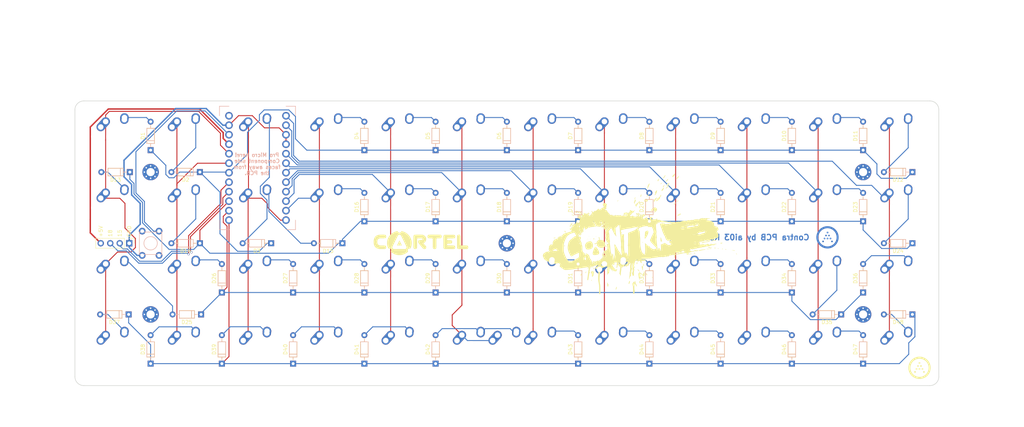
<source format=kicad_pcb>
(kicad_pcb (version 20221018) (generator pcbnew)
  (layers (0 "F.Cu" signal) (31 "B.Cu" signal) (34 "B.Paste" user) (35 "F.Paste" user) (36 "B.SilkS" user "B.Silkscreen") (37 "F.SilkS" user "F.Silkscreen") (38 "B.Mask" user) (39 "F.Mask" user) (44 "Edge.Cuts" user))
  (net 0 "")
  (net 1 "ROW0")
  (net 2 "Net-(D1-Pad2)")
  (net 3 "Net-(D2-Pad2)")
  (net 4 "Net-(D3-Pad2)")
  (net 5 "Net-(D4-Pad2)")
  (net 6 "Net-(D5-Pad2)")
  (net 7 "Net-(D6-Pad2)")
  (net 8 "Net-(D7-Pad2)")
  (net 9 "Net-(D8-Pad2)")
  (net 10 "Net-(D9-Pad2)")
  (net 11 "Net-(D10-Pad2)")
  (net 12 "Net-(D11-Pad2)")
  (net 13 "Net-(D12-Pad2)")
  (net 14 "ROW1")
  (net 15 "Net-(D13-Pad2)")
  (net 16 "Net-(D14-Pad2)")
  (net 17 "Net-(D15-Pad2)")
  (net 18 "Net-(D16-Pad2)")
  (net 19 "Net-(D17-Pad2)")
  (net 20 "Net-(D18-Pad2)")
  (net 21 "Net-(D19-Pad2)")
  (net 22 "Net-(D20-Pad2)")
  (net 23 "Net-(D21-Pad2)")
  (net 24 "Net-(D22-Pad2)")
  (net 25 "Net-(D23-Pad2)")
  (net 26 "Net-(D24-Pad2)")
  (net 27 "ROW2")
  (net 28 "Net-(D25-Pad2)")
  (net 29 "Net-(D26-Pad2)")
  (net 30 "Net-(D27-Pad2)")
  (net 31 "Net-(D28-Pad2)")
  (net 32 "Net-(D29-Pad2)")
  (net 33 "Net-(D30-Pad2)")
  (net 34 "Net-(D31-Pad2)")
  (net 35 "Net-(D32-Pad2)")
  (net 36 "Net-(D33-Pad2)")
  (net 37 "Net-(D34-Pad2)")
  (net 38 "Net-(D35-Pad2)")
  (net 39 "Net-(D36-Pad2)")
  (net 40 "ROW3")
  (net 41 "Net-(D37-Pad2)")
  (net 42 "Net-(D38-Pad2)")
  (net 43 "Net-(D39-Pad2)")
  (net 44 "Net-(D40-Pad2)")
  (net 45 "Net-(D41-Pad2)")
  (net 46 "Net-(D42-Pad2)")
  (net 47 "Net-(D43-Pad2)")
  (net 48 "Net-(D44-Pad2)")
  (net 49 "Net-(D45-Pad2)")
  (net 50 "Net-(D46-Pad2)")
  (net 51 "Net-(D47-Pad2)")
  (net 52 "Net-(D48-Pad2)")
  (net 53 "COL0")
  (net 54 "COL1")
  (net 55 "COL2")
  (net 56 "COL3")
  (net 57 "COL4")
  (net 58 "COL5")
  (net 59 "COL6")
  (net 60 "COL7")
  (net 61 "COL8")
  (net 62 "COL9")
  (net 63 "COL10")
  (net 64 "COL11")
  (net 65 "Net-(U1-Pad24)")
  (net 66 "Net-(SW1-Pad1)")
  (net 67 "GND")
  (net 68 "+5V")
  (net 69 "PIN18")
  (net 70 "PIN15")
  (footprint "MX_Alps_Hybrid:MX-1U-NoLED" (layer "F.Cu") (at 38.1 38.1)
    (fp_text reference "MX1")
    (fp_text value "MX-1U")
  )
  (footprint "MX_Alps_Hybrid:MX-1U-NoLED" (layer "F.Cu") (at 57.15 38.1)
    (fp_text reference "MX2")
    (fp_text value "MX-1U")
  )
  (footprint "MX_Alps_Hybrid:MX-1U-NoLED" (layer "F.Cu") (at 76.2 38.1)
    (fp_text reference "MX3")
    (fp_text value "MX-1U")
  )
  (footprint "MX_Alps_Hybrid:MX-1U-NoLED" (layer "F.Cu") (at 95.25 38.1)
    (fp_text reference "MX4")
    (fp_text value "MX-1U")
  )
  (footprint "MX_Alps_Hybrid:MX-1U-NoLED" (layer "F.Cu") (at 114.3 38.1)
    (fp_text reference "MX5")
    (fp_text value "MX-1U")
  )
  (footprint "MX_Alps_Hybrid:MX-1U-NoLED" (layer "F.Cu") (at 133.35 38.1)
    (fp_text reference "MX6")
    (fp_text value "MX-1U")
  )
  (footprint "MX_Alps_Hybrid:MX-1U-NoLED" (layer "F.Cu") (at 152.4 38.1)
    (fp_text reference "MX7")
    (fp_text value "MX-1U")
  )
  (footprint "MX_Alps_Hybrid:MX-1U-NoLED" (layer "F.Cu") (at 171.45 38.1)
    (fp_text reference "MX8")
    (fp_text value "MX-1U")
  )
  (footprint "MX_Alps_Hybrid:MX-1U-NoLED" (layer "F.Cu") (at 190.5 38.1)
    (fp_text reference "MX9")
    (fp_text value "MX-1U")
  )
  (footprint "MX_Alps_Hybrid:MX-1U-NoLED" (layer "F.Cu") (at 209.55 38.1)
    (fp_text reference "MX10")
    (fp_text value "MX-1U")
  )
  (footprint "MX_Alps_Hybrid:MX-1U-NoLED" (layer "F.Cu") (at 228.6 38.1)
    (fp_text reference "MX11")
    (fp_text value "MX-1U")
  )
  (footprint "MX_Alps_Hybrid:MX-1U-NoLED" (layer "F.Cu") (at 247.65 38.1)
    (fp_text reference "MX12")
    (fp_text value "MX-1U")
  )
  (footprint "MX_Alps_Hybrid:MX-1U-NoLED" (layer "F.Cu") (at 38.1 57.15)
    (fp_text reference "MX13")
    (fp_text value "MX-1U")
  )
  (footprint "MX_Alps_Hybrid:MX-1U-NoLED" (layer "F.Cu") (at 57.15 57.15)
    (fp_text reference "MX14")
    (fp_text value "MX-1U")
  )
  (footprint "MX_Alps_Hybrid:MX-1U-NoLED" (layer "F.Cu") (at 76.2 57.15)
    (fp_text reference "MX15")
    (fp_text value "MX-1U")
  )
  (footprint "MX_Alps_Hybrid:MX-1U-NoLED" (layer "F.Cu") (at 95.25 57.15)
    (fp_text reference "MX16")
    (fp_text value "MX-1U")
  )
  (footprint "MX_Alps_Hybrid:MX-1U-NoLED" (layer "F.Cu") (at 114.3 57.15)
    (fp_text reference "MX17")
    (fp_text value "MX-1U")
  )
  (footprint "MX_Alps_Hybrid:MX-1U-NoLED" (layer "F.Cu") (at 133.35 57.15)
    (fp_text reference "MX18")
    (fp_text value "MX-1U")
  )
  (footprint "MX_Alps_Hybrid:MX-1U-NoLED" (layer "F.Cu") (at 152.4 57.15)
    (fp_text reference "MX19")
    (fp_text value "MX-1U")
  )
  (footprint "MX_Alps_Hybrid:MX-1U-NoLED" (layer "F.Cu") (at 171.45 57.15)
    (fp_text reference "MX20")
    (fp_text value "MX-1U")
  )
  (footprint "MX_Alps_Hybrid:MX-1U-NoLED" (layer "F.Cu") (at 190.5 57.15)
    (fp_text reference "MX21")
    (fp_text value "MX-1U")
  )
  (footprint "MX_Alps_Hybrid:MX-1U-NoLED" (layer "F.Cu") (at 209.55 57.15)
    (fp_text reference "MX22")
    (fp_text value "MX-1U")
  )
  (footprint "MX_Alps_Hybrid:MX-1U-NoLED" (layer "F.Cu") (at 228.6 57.15)
    (fp_text reference "MX23")
    (fp_text value "MX-1U")
  )
  (footprint "MX_Alps_Hybrid:MX-1U-NoLED" (layer "F.Cu") (at 247.65 57.15)
    (fp_text reference "MX24")
    (fp_text value "MX-1U")
  )
  (footprint "MX_Alps_Hybrid:MX-1U-NoLED" (layer "F.Cu") (at 38.1 76.2)
    (fp_text reference "MX25")
    (fp_text value "MX-1U")
  )
  (footprint "MX_Alps_Hybrid:MX-1U-NoLED" (layer "F.Cu") (at 57.15 76.2)
    (fp_text reference "MX26")
    (fp_text value "MX-1U")
  )
  (footprint "MX_Alps_Hybrid:MX-1U-NoLED" (layer "F.Cu") (at 76.2 76.2)
    (fp_text reference "MX27")
    (fp_text value "MX-1U")
  )
  (footprint "MX_Alps_Hybrid:MX-1U-NoLED" (layer "F.Cu") (at 95.25 76.2)
    (fp_text reference "MX28")
    (fp_text value "MX-1U")
  )
  (footprint "MX_Alps_Hybrid:MX-1U-NoLED" (layer "F.Cu") (at 114.3 76.2)
    (fp_text reference "MX29")
    (fp_text value "MX-1U")
  )
  (footprint "MX_Alps_Hybrid:MX-1U-NoLED" (layer "F.Cu") (at 133.35 76.2)
    (fp_text reference "MX30")
    (fp_text value "MX-1U")
  )
  (footprint "MX_Alps_Hybrid:MX-1U-NoLED" (layer "F.Cu") (at 152.4 76.2)
    (fp_text reference "MX31")
    (fp_text value "MX-1U")
  )
  (footprint "MX_Alps_Hybrid:MX-1U-NoLED" (layer "F.Cu") (at 171.45 76.2)
    (fp_text reference "MX32")
    (fp_text value "MX-1U")
  )
  (footprint "MX_Alps_Hybrid:MX-1U-NoLED" (layer "F.Cu") (at 190.5 76.2)
    (fp_text reference "MX33")
    (fp_text value "MX-1U")
  )
  (footprint "MX_Alps_Hybrid:MX-1U-NoLED" (layer "F.Cu") (at 209.55 76.2)
    (fp_text reference "MX34")
    (fp_text value "MX-1U")
  )
  (footprint "MX_Alps_Hybrid:MX-1U-NoLED" (layer "F.Cu") (at 228.6 76.2)
    (fp_text reference "MX35")
    (fp_text value "MX-1U")
  )
  (footprint "MX_Alps_Hybrid:MX-1U-NoLED" (layer "F.Cu") (at 247.65 76.2)
    (fp_text reference "MX36")
    (fp_text value "MX-1U")
  )
  (footprint "MX_Alps_Hybrid:MX-1U-NoLED" (layer "F.Cu") (at 38.1 95.25)
    (fp_text reference "MX37")
    (fp_text value "MX-1U")
  )
  (footprint "MX_Alps_Hybrid:MX-1U-NoLED" (layer "F.Cu") (at 57.15 95.25)
    (fp_text reference "MX38")
    (fp_text value "MX-1U")
  )
  (footprint "MX_Alps_Hybrid:MX-1U-NoLED" (layer "F.Cu") (at 76.2 95.25)
    (fp_text reference "MX39")
    (fp_text value "MX-1U")
  )
  (footprint "MX_Alps_Hybrid:MX-1U-NoLED" (layer "F.Cu") (at 95.25 95.25)
    (fp_text reference "MX40")
    (fp_text value "MX-1U")
  )
  (footprint "MX_Alps_Hybrid:MX-1U-NoLED" (layer "F.Cu") (at 114.3 95.25)
    (fp_text reference "MX41")
    (fp_text value "MX-1U")
  )
  (footprint "MX_Alps_Hybrid:MX-1U-NoLED" (layer "F.Cu") (at 133.35 95.25)
    (fp_text reference "MX42")
    (fp_text value "MX-1U")
  )
  (footprint "MX_Alps_Hybrid:MX-1U-NoLED" (layer "F.Cu") (at 152.4 95.25)
    (fp_text reference "MX43")
    (fp_text value "MX-1U")
  )
  (footprint "MX_Alps_Hybrid:MX-1U-NoLED" (layer "F.Cu") (at 171.45 95.25)
    (fp_text reference "MX44")
    (fp_text value "MX-1U")
  )
  (footprint "MX_Alps_Hybrid:MX-1U-NoLED" (layer "F.Cu") (at 190.5 95.25)
    (fp_text reference "MX45")
    (fp_text value "MX-1U")
  )
  (footprint "MX_Alps_Hybrid:MX-1U-NoLED" (layer "F.Cu") (at 209.55 95.25)
    (fp_text reference "MX46")
    (fp_text value "MX-1U")
  )
  (footprint "MX_Alps_Hybrid:MX-1U-NoLED" (layer "F.Cu") (at 228.6 95.25)
    (fp_text reference "MX47")
    (fp_text value "MX-1U")
  )
  (footprint "MX_Alps_Hybrid:MX-1U-NoLED" (layer "F.Cu") (at 247.65 95.25)
    (fp_text reference "MX48")
    (fp_text value "MX-1U")
  )
  (footprint "MX_Alps_Hybrid:MX-2U-ReversedStabilizers-NoLED" (layer "F.Cu") (at 142.875 95.25)
    (fp_text reference "MX49")
    (fp_text value "MX-2U")
  )
  (footprint "memelogo:cartel" (layer "F.Cu") (at 119.85625 66.675)
    (fp_text reference "G***" hide)
    (fp_text value "LOGO" hide)
  )
  (footprint "memelogo:contra" (layer "F.Cu") (at 178.435 64.135)
    (fp_text reference "G***" hide)
    (fp_text value "LOGO" hide)
  )
  (footprint "Mounting_Holes:MountingHole_2.2mm_M2_Pad_Via" (layer "F.Cu") (at 238.125 85.725)
    (fp_text reference "REF**")
    (fp_text value "MountingHole_2.2mm_M2_Pad_Via")
  )
  (footprint "Mounting_Holes:MountingHole_2.2mm_M2_Pad_Via" (layer "F.Cu") (at 238.125 47.625)
    (fp_text reference "REF**")
    (fp_text value "MountingHole_2.2mm_M2_Pad_Via")
  )
  (footprint "Mounting_Holes:MountingHole_2.2mm_M2_Pad_Via" (layer "F.Cu") (at 142.875 66.675)
    (fp_text reference "REF**")
    (fp_text value "MountingHole_2.2mm_M2_Pad_Via")
  )
  (footprint "Mounting_Holes:MountingHole_2.2mm_M2_Pad_Via" (layer "F.Cu") (at 47.625 47.625)
    (fp_text reference "REF**")
    (fp_text value "MountingHole_2.2mm_M2_Pad_Via")
  )
  (footprint "Mounting_Holes:MountingHole_2.2mm_M2_Pad_Via" (layer "F.Cu") (at 47.625 85.725)
    (fp_text reference "REF**")
    (fp_text value "MountingHole_2.2mm_M2_Pad_Via")
  )
  (footprint "locallib:D_DO-35_SOD27_P7.62mm_Horizontal-DoubleSided" (layer "F.Cu") (at 47.625 41.75125 90)
    (fp_text reference "D1")
    (fp_text value "1N4148")
  )
  (footprint "locallib:D_DO-35_SOD27_P7.62mm_Horizontal-DoubleSided" (layer "F.Cu") (at 60.80125 47.625 180)
    (fp_text reference "D2")
    (fp_text value "1N4148")
  )
  (footprint "locallib:D_DO-35_SOD27_P7.62mm_Horizontal-DoubleSided" (layer "F.Cu") (at 79.85125 66.675 180)
    (fp_text reference "D3")
    (fp_text value "1N4148")
  )
  (footprint "locallib:D_DO-35_SOD27_P7.62mm_Horizontal-DoubleSided" (layer "F.Cu") (at 104.775 41.75125 90)
    (fp_text reference "D4")
    (fp_text value "1N4148")
  )
  (footprint "locallib:D_DO-35_SOD27_P7.62mm_Horizontal-DoubleSided" (layer "F.Cu") (at 123.825 41.75125 90)
    (fp_text reference "D5")
    (fp_text value "1N4148")
  )
  (footprint "locallib:D_DO-35_SOD27_P7.62mm_Horizontal-DoubleSided" (layer "F.Cu") (at 142.875 41.75125 90)
    (fp_text reference "D6")
    (fp_text value "1N4148")
  )
  (footprint "locallib:D_DO-35_SOD27_P7.62mm_Horizontal-DoubleSided" (layer "F.Cu") (at 161.925 41.75125 90)
    (fp_text reference "D7")
    (fp_text value "1N4148")
  )
  (footprint "locallib:D_DO-35_SOD27_P7.62mm_Horizontal-DoubleSided" (layer "F.Cu") (at 180.975 41.75125 90)
    (fp_text reference "D8")
    (fp_text value "1N4148")
  )
  (footprint "locallib:D_DO-35_SOD27_P7.62mm_Horizontal-DoubleSided" (layer "F.Cu") (at 200.025 41.75125 90)
    (fp_text reference "D9")
    (fp_text value "1N4148")
  )
  (footprint "locallib:D_DO-35_SOD27_P7.62mm_Horizontal-DoubleSided" (layer "F.Cu") (at 219.075 41.75125 90)
    (fp_text reference "D10")
    (fp_text value "1N4148")
  )
  (footprint "locallib:D_DO-35_SOD27_P7.62mm_Horizontal-DoubleSided" (layer "F.Cu") (at 238.125 41.75125 90)
    (fp_text reference "D11")
    (fp_text value "1N4148")
  )
  (footprint "locallib:D_DO-35_SOD27_P7.62mm_Horizontal-DoubleSided" (layer "F.Cu") (at 251.30125 47.625 180)
    (fp_text reference "D12")
    (fp_text value "1N4148")
  )
  (footprint "locallib:D_DO-35_SOD27_P7.62mm_Horizontal-DoubleSided" (layer "F.Cu") (at 42.06875 47.625 180)
    (fp_text reference "D13")
    (fp_text value "1N4148")
  )
  (footprint "locallib:D_DO-35_SOD27_P7.62mm_Horizontal-DoubleSided" (layer "F.Cu") (at 60.80125 66.675 180)
    (fp_text reference "D14")
    (fp_text value "1N4148")
  )
  (footprint "locallib:D_DO-35_SOD27_P7.62mm_Horizontal-DoubleSided" (layer "F.Cu") (at 98.90125 66.675 180)
    (fp_text reference "D15")
    (fp_text value "1N4148")
  )
  (footprint "locallib:D_DO-35_SOD27_P7.62mm_Horizontal-DoubleSided" (layer "F.Cu") (at 104.775 60.80125 90)
    (fp_text reference "D16")
    (fp_text value "1N4148")
  )
  (footprint "locallib:D_DO-35_SOD27_P7.62mm_Horizontal-DoubleSided" (layer "F.Cu") (at 123.825 60.80125 90)
    (fp_text reference "D17")
    (fp_text value "1N4148")
  )
  (footprint "locallib:D_DO-35_SOD27_P7.62mm_Horizontal-DoubleSided" (layer "F.Cu") (at 142.875 60.80125 90)
    (fp_text reference "D18")
    (fp_text value "1N4148")
  )
  (footprint "locallib:D_DO-35_SOD27_P7.62mm_Horizontal-DoubleSided" (layer "F.Cu") (at 161.925 60.80125 90)
    (fp_text reference "D19")
    (fp_text value "1N4148")
  )
  (footprint "locallib:D_DO-35_SOD27_P7.62mm_Horizontal-DoubleSided" (layer "F.Cu") (at 180.975 60.80125 90)
    (fp_text reference "D20")
    (fp_text value "1N4148")
  )
  (footprint "locallib:D_DO-35_SOD27_P7.62mm_Horizontal-DoubleSided" (layer "F.Cu") (at 200.025 60.80125 90)
    (fp_text reference "D21")
    (fp_text value "1N4148")
  )
  (footprint "locallib:D_DO-35_SOD27_P7.62mm_Horizontal-DoubleSided" (layer "F.Cu") (at 219.075 60.80125 90)
    (fp_text reference "D22")
    (fp_text value "1N4148")
  )
  (footprint "locallib:D_DO-35_SOD27_P7.62mm_Horizontal-DoubleSided" (layer "F.Cu") (at 238.125 60.80125 90)
    (fp_text reference "D23")
    (fp_text value "1N4148")
  )
  (footprint "locallib:D_DO-35_SOD27_P7.62mm_Horizontal-DoubleSided" (layer "F.Cu") (at 251.30125 66.675 180)
    (fp_text reference "D24")
    (fp_text value "1N4148")
  )
  (footprint "locallib:D_DO-35_SOD27_P7.62mm_Horizontal-DoubleSided" (layer "F.Cu") (at 61.11875 85.725 180)
    (fp_text reference "D25")
    (fp_text value "1N4148")
  )
  (footprint "locallib:D_DO-35_SOD27_P7.62mm_Horizontal-DoubleSided" (layer "F.Cu") (at 66.675 79.85125 90)
    (fp_text reference "D26")
    (fp_text value "1N4148")
  )
  (footprint "locallib:D_DO-35_SOD27_P7.62mm_Horizontal-DoubleSided" (layer "F.Cu") (at 85.725 79.85125 90)
    (fp_text reference "D27")
    (fp_text value "1N4148")
  )
  (footprint "locallib:D_DO-35_SOD27_P7.62mm_Horizontal-DoubleSided" (layer "F.Cu") (at 104.775 79.85125 90)
    (fp_text reference "D28")
    (fp_text value "1N4148")
  )
  (footprint "locallib:D_DO-35_SOD27_P7.62mm_Horizontal-DoubleSided" (layer "F.Cu") (at 123.825 79.85125 90)
    (fp_text reference "D29")
    (fp_text value "1N4148")
  )
  (footprint "locallib:D_DO-35_SOD27_P7.62mm_Horizontal-DoubleSided" (layer "F.Cu") (at 142.875 79.85125 90)
    (fp_text reference "D30")
    (fp_text value "1N4148")
  )
  (footprint "locallib:D_DO-35_SOD27_P7.62mm_Horizontal-DoubleSided" (layer "F.Cu") (at 161.925 79.85125 90)
    (fp_text reference "D31")
    (fp_text value "1N4148")
  )
  (footprint "locallib:D_DO-35_SOD27_P7.62mm_Horizontal-DoubleSided" (layer "F.Cu") (at 180.975 79.85125 90)
    (fp_text reference "D32")
    (fp_text value "1N4148")
  )
  (footprint "locallib:D_DO-35_SOD27_P7.62mm_Horizontal-DoubleSided" (layer "F.Cu") (at 200.025 79.85125 90)
    (fp_text reference "D33")
    (fp_text value "1N4148")
  )
  (footprint "locallib:D_DO-35_SOD27_P7.62mm_Horizontal-DoubleSided" (layer "F.Cu") (at 219.075 79.85125 90)
    (fp_text reference "D34")
    (fp_text value "1N4148")
  )
  (footprint "locallib:D_DO-35_SOD27_P7.62mm_Horizontal-DoubleSided" (layer "F.Cu") (at 232.25125 85.725 180)
    (fp_text reference "D35")
    (fp_text value "1N4148")
  )
  (footprint "locallib:D_DO-35_SOD27_P7.62mm_Horizontal-DoubleSided" (layer "F.Cu") (at 238.125 79.85125 90)
    (fp_text reference "D36")
    (fp_text value "1N4148")
  )
  (footprint "locallib:D_DO-35_SOD27_P7.62mm_Horizontal-DoubleSided" (layer "F.Cu") (at 41.75125 85.725 180)
    (fp_text reference "D37")
    (fp_text value "1N4148")
  )
  (footprint "locallib:D_DO-35_SOD27_P7.62mm_Horizontal-DoubleSided" (layer "F.Cu") (at 47.625 98.90125 90)
    (fp_text reference "D38")
    (fp_text value "1N4148")
  )
  (footprint "locallib:D_DO-35_SOD27_P7.62mm_Horizontal-DoubleSided" (layer "F.Cu") (at 66.675 98.90125 90)
    (fp_text reference "D39")
    (fp_text value "1N4148")
  )
  (footprint "locallib:D_DO-35_SOD27_P7.62mm_Horizontal-DoubleSided" (layer "F.Cu") (at 85.725 98.90125 90)
    (fp_text reference "D40")
    (fp_text value "1N4148")
  )
  (footprint "locallib:D_DO-35_SOD27_P7.62mm_Horizontal-DoubleSided" (layer "F.Cu") (at 104.775 98.90125 90)
    (fp_text reference "D41")
    (fp_text value "1N4148")
  )
  (footprint "locallib:D_DO-35_SOD27_P7.62mm_Horizontal-DoubleSided" (layer "F.Cu") (at 123.825 98.90125 90)
    (fp_text reference "D42")
    (fp_text value "1N4148")
  )
  (footprint "locallib:D_DO-35_SOD27_P7.62mm_Horizontal-DoubleSided" (layer "F.Cu") (at 161.925 98.90125 90)
    (fp_text reference "D43")
    (fp_text value "1N4148")
  )
  (footprint "locallib:D_DO-35_SOD27_P7.62mm_Horizontal-DoubleSided" (layer "F.Cu") (at 180.975 98.90125 90)
    (fp_text reference "D44")
    (fp_text value "1N4148")
  )
  (footprint "locallib:D_DO-35_SOD27_P7.62mm_Horizontal-DoubleSided" (layer "F.Cu") (at 200.025 98.90125 90)
    (fp_text reference "D45")
    (fp_text value "1N4148")
  )
  (footprint "locallib:D_DO-35_SOD27_P7.62mm_Horizontal-DoubleSided" (layer "F.Cu") (at 219.075 98.90125 90)
    (fp_text reference "D46")
    (fp_text value "1N4148")
  )
  (footprint "locallib:D_DO-35_SOD27_P7.62mm_Horizontal-DoubleSided" (layer "F.Cu") (at 238.125 98.90125 90)
    (fp_text reference "D47")
    (fp_text value "1N4148")
  )
  (footprint "locallib:D_DO-35_SOD27_P7.62mm_Horizontal-DoubleSided" (layer "F.Cu") (at 251.30125 85.725 180)
    (fp_text reference "D48")
    (fp_text value "1N4148")
  )
  (footprint "Pin_Headers:Pin_Header_Straight_1x04_Pitch2.54mm" (layer "F.Cu") (at 41.91 66.675 -90)
    (fp_text reference "J1")
    (fp_text value "Conn_01x04")
  )
  (footprint "locallib:ai-ring-6mm" (layer "F.Cu") (at 253.20625 100.0125)
    (fp_text reference "G***" hide)
    (fp_text value "LOGO" hide)
  )
  (footprint "locallib:pro_micro" (layer "B.Cu") (at 76.2 45.24375 180)
    (fp_text reference "U1")
    (fp_text value "ProMicro")
  )
  (footprint "Molex-0548190589:PushButton_6x6mm_TH_Pretty" (layer "B.Cu") (at 47.625 66.675 90)
    (fp_text reference "SW1")
    (fp_text value "SW_PUSH")
  )
  (footprint "locallib:ai-ring-6mm-FancyAss" (layer "B.Cu") (at 228.6 65.0875 180)
    (fp_text reference "G***" hide)
    (fp_text value "LOGO" hide)
  )
  (footprint "locallib:ai-ring-6mm-FancyAss-Mask" (layer "B.Cu") (at 228.6 65.0875 180)
    (fp_text reference "G***" hide)
    (fp_text value "LOGO" hide)
  )
  (gr_line (start 255.984375 104.775) (end 29.765625 104.775) (stroke (width 0.15)) (layer "Edge.Cuts"))
  (gr_arc (start 27.384375 30.95625) (mid 28.081827 29.272452) (end 29.765625 28.575) (stroke (width 0.15)) (layer "Edge.Cuts"))
  (gr_arc (start 258.365625 102.39375) (mid 257.668173 104.077548) (end 255.984375 104.775) (stroke (width 0.15)) (layer "Edge.Cuts"))
  (gr_line (start 29.765625 28.575) (end 255.984375 28.575) (stroke (width 0.15)) (layer "Edge.Cuts"))
  (gr_arc (start 29.765625 104.775) (mid 28.081827 104.077548) (end 27.384375 102.39375) (stroke (width 0.15)) (layer "Edge.Cuts"))
  (gr_arc (start 255.984375 28.575) (mid 257.668173 29.272452) (end 258.365625 30.95625) (stroke (width 0.15)) (layer "Edge.Cuts"))
  (gr_line (start 27.384375 102.39375) (end 27.384375 30.95625) (stroke (width 0.15)) (layer "Edge.Cuts"))
  (gr_line (start 258.365625 30.95625) (end 258.365625 102.39375) (stroke (width 0.15)) (layer "Edge.Cuts"))
  (gr_text "Contra PCB by ai03 Revision 2.0" (at 204.7875 65.0875) (layer "B.Cu") (effects (font (size 1.5 1.5) (thickness 0.3)) (justify mirror)))
  (gr_text "Pro Micro here!\nComponent side\nfaces away from\nthe PCB." (at 76.073 45.466) (layer "B.SilkS") (effects (font (size 1 1) (thickness 0.2)) (justify mirror)))
  (gr_text "GND" (at 41.91 63.5 90) (layer "F.SilkS") (effects (font (size 1 1))))
  (gr_text "+5V" (at 34.29 63.5 90) (layer "F.SilkS") (effects (font (size 1 1))))
  (gr_text "18\n" (at 36.83 64.008 90) (layer "F.SilkS") (effects (font (size 1 1))))
  (gr_text "15" (at 39.37 64.008 90) (layer "F.SilkS") (effects (font (size 1 1))))
  (segment (start 76.708 32.258) (end 76.708 33.782) (width 0.25) (layer "B.Cu") (net 1))
  (segment (start 241.808 45.43425) (end 238.125 41.75125) (width 0.25) (layer "B.Cu") (net 1))
  (segment (start 73.533 36.957) (end 73.533 42.83075) (width 0.25) (layer "B.Cu") (net 1))
  (segment (start 53.848 49.149) (end 52.578 49.149) (width 0.25) (layer "B.Cu") (net 1))
  (segment (start 143.925 41.75125) (end 161.925 41.75125) (width 0.25) (layer "B.Cu") (net 1))
  (segment (start 60.80125 47.625) (end 68.42125 47.625) (width 0.25) (layer "B.Cu") (net 1))
  (segment (start 161.925 41.75125) (end 162.975 41.75125) (width 0.25) (layer "B.Cu") (net 1))
  (segment (start 76.64225 68.834) (end 70.866 68.834) (width 0.25) (layer "B.Cu") (net 1))
  (segment (start 242.951 49.276) (end 241.808 48.133) (width 0.25) (layer "B.Cu") (net 1))
  (segment (start 89.37625 41.75125) (end 86.36 38.735) (width 0.25) (layer "B.Cu") (net 1))
  (segment (start 60.80125 47.625) (end 55.372 47.625) (width 0.25) (layer "B.Cu") (net 1))
  (segment (start 78.80125 66.675) (end 76.64225 68.834) (width 0.25) (layer "B.Cu") (net 1))
  (segment (start 251.30125 47.625) (end 249.65025 49.276) (width 0.25) (layer "B.Cu") (net 1))
  (segment (start 70.866 68.834) (end 66.167 64.135) (width 0.25) (layer "B.Cu") (net 1))
  (segment (start 51.689 48.26) (end 51.689 45.81525) (width 0.25) (layer "B.Cu") (net 1))
  (segment (start 162.975 41.75125) (end 180.975 41.75125) (width 0.25) (layer "B.Cu") (net 1))
  (segment (start 182.025 41.75125) (end 200.025 41.75125) (width 0.25) (layer "B.Cu") (net 1))
  (segment (start 66.167 52.99075) (end 60.80125 47.625) (width 0.25) (layer "B.Cu") (net 1))
  (segment (start 52.578 49.149) (end 51.689 48.26) (width 0.25) (layer "B.Cu") (net 1))
  (segment (start 79.85125 66.675) (end 78.80125 66.675) (width 0.25) (layer "B.Cu") (net 1))
  (segment (start 201.075 41.75125) (end 219.075 41.75125) (width 0.25) (layer "B.Cu") (net 1))
  (segment (start 123.825 41.75125) (end 124.875 41.75125) (width 0.25) (layer "B.Cu") (net 1))
  (segment (start 77.978 30.988) (end 76.708 32.258) (width 0.25) (layer "B.Cu") (net 1))
  (segment (start 124.875 41.75125) (end 142.875 41.75125) (width 0.25) (layer "B.Cu") (net 1))
  (segment (start 55.372 47.625) (end 53.848 49.149) (width 0.25) (layer "B.Cu") (net 1))
  (segment (start 86.36 38.735) (end 86.36 32.766) (width 0.25) (layer "B.Cu") (net 1))
  (segment (start 84.582 30.988) (end 77.978 30.988) (width 0.25) (layer "B.Cu") (net 1))
  (segment (start 200.025 41.75125) (end 201.075 41.75125) (width 0.25) (layer "B.Cu") (net 1))
  (segment (start 76.708 33.782) (end 73.533 36.957) (width 0.25) (layer "B.Cu") (net 1))
  (segment (start 66.167 64.135) (end 66.167 52.99075) (width 0.25) (layer "B.Cu") (net 1))
  (segment (start 104.775 41.75125) (end 105.825 41.75125) (width 0.25) (layer "B.Cu") (net 1))
  (segment (start 68.42125 47.625) (end 68.58 47.78375) (width 0.25) (layer "B.Cu") (net 1))
  (segment (start 180.975 41.75125) (end 182.025 41.75125) (width 0.25) (layer "B.Cu") (net 1))
  (segment (start 73.533 42.83075) (end 68.58 47.78375) (width 0.25) (layer "B.Cu") (net 1))
  (segment (start 219.075 41.75125) (end 220.125 41.75125) (width 0.25) (layer "B.Cu") (net 1))
  (segment (start 86.36 32.766) (end 84.582 30.988) (width 0.25) (layer "B.Cu") (net 1))
  (segment (start 51.689 45.81525) (end 47.625 41.75125) (width 0.25) (layer "B.Cu") (net 1))
  (segment (start 142.875 41.75125) (end 143.925 41.75125) (width 0.25) (layer "B.Cu") (net 1))
  (segment (start 220.125 41.75125) (end 238.125 41.75125) (width 0.25) (layer "B.Cu") (net 1))
  (segment (start 105.825 41.75125) (end 123.825 41.75125) (width 0.25) (layer "B.Cu") (net 1))
  (segment (start 104.775 41.75125) (end 89.37625 41.75125) (width 0.25) (layer "B.Cu") (net 1))
  (segment (start 249.65025 49.276) (end 242.951 49.276) (width 0.25) (layer "B.Cu") (net 1))
  (segment (start 241.808 48.133) (end 241.808 45.43425) (width 0.25) (layer "B.Cu") (net 1))
  (segment (start 40.64 33.02) (end 46.51375 33.02) (width 0.25) (layer "B.Cu") (net 2))
  (segment (start 46.51375 33.02) (end 47.625 34.13125) (width 0.25) (layer "B.Cu") (net 2))
  (segment (start 59.69 33.02) (end 59.69 41.11625) (width 0.25) (layer "B.Cu") (net 3))
  (segment (start 59.69 41.11625) (end 53.18125 47.625) (width 0.25) (layer "B.Cu") (net 3))
  (segment (start 76.962 53.34) (end 76.962 51.435) (width 0.25) (layer "B.Cu") (net 4))
  (segment (start 79.375 49.022) (end 79.375 35.24599) (width 0.25) (layer "B.Cu") (net 4))
  (segment (start 79.375 34.275) (end 78.7 33.6) (width 0.25) (layer "B.Cu") (net 4))
  (segment (start 72.23125 66.675) (end 78.74 60.16625) (width 0.25) (layer "B.Cu") (net 4))
  (segment (start 78.74 55.118) (end 76.962 53.34) (width 0.25) (layer "B.Cu") (net 4))
  (segment (start 78.74 34.61099) (end 78.74 33.02) (width 0.25) (layer "B.Cu") (net 4))
  (segment (start 76.962 51.435) (end 79.375 49.022) (width 0.25) (layer "B.Cu") (net 4))
  (segment (start 79.375 35.24599) (end 79.375 34.275) (width 0.25) (layer "B.Cu") (net 4))
  (segment (start 78.74 60.16625) (end 78.74 55.118) (width 0.25) (layer "B.Cu") (net 4))
  (segment (start 103.66375 33.02) (end 104.775 34.13125) (width 0.25) (layer "B.Cu") (net 5))
  (segment (start 97.79 33.02) (end 103.66375 33.02) (width 0.25) (layer "B.Cu") (net 5))
  (segment (start 116.84 33.02) (end 122.71375 33.02) (width 0.25) (layer "B.Cu") (net 6))
  (segment (start 122.71375 33.02) (end 123.825 34.13125) (width 0.25) (layer "B.Cu") (net 6))
  (segment (start 135.89 33.02) (end 141.76375 33.02) (width 0.25) (layer "B.Cu") (net 7))
  (segment (start 141.76375 33.02) (end 142.875 34.13125) (width 0.25) (layer "B.Cu") (net 7))
  (segment (start 160.81375 33.02) (end 161.925 34.13125) (width 0.25) (layer "B.Cu") (net 8))
  (segment (start 154.94 33.02) (end 160.81375 33.02) (width 0.25) (layer "B.Cu") (net 8))
  (segment (start 173.99 33.02) (end 179.86375 33.02) (width 0.25) (layer "B.Cu") (net 9))
  (segment (start 179.86375 33.02) (end 180.975 34.13125) (width 0.25) (layer "B.Cu") (net 9))
  (segment (start 193.04 33.02) (end 198.91375 33.02) (width 0.25) (layer "B.Cu") (net 10))
  (segment (start 198.91375 33.02) (end 200.025 34.13125) (width 0.25) (layer "B.Cu") (net 10))
  (segment (start 212.09 33.02) (end 217.96375 33.02) (width 0.25) (layer "B.Cu") (net 11))
  (segment (start 217.96375 33.02) (end 219.075 34.13125) (width 0.25) (layer "B.Cu") (net 11))
  (segment (start 237.01375 33.02) (end 238.125 34.13125) (width 0.25) (layer "B.Cu") (net 12))
  (segment (start 231.14 33.02) (end 237.01375 33.02) (width 0.25) (layer "B.Cu") (net 12))
  (segment (start 250.19 41.11625) (end 243.68125 47.625) (width 0.25) (layer "B.Cu") (net 13))
  (segment (start 250.19 33.02) (end 250.19 41.11625) (width 0.25) (layer "B.Cu") (net 13))
  (segment (start 68.58 55.40375) (end 60.80125 63.1825) (width 0.25) (layer "F.Cu") (net 14))
  (segment (start 60.80125 63.1825) (end 60.80125 66.675) (width 0.25) (layer "F.Cu") (net 14))
  (segment (start 104.775 60.80125) (end 105.825 60.80125) (width 0.25) (layer "B.Cu") (net 14))
  (segment (start 105.825 60.80125) (end 123.825 60.80125) (width 0.25) (layer "B.Cu") (net 14))
  (segment (start 63.46825 69.342) (end 60.80125 66.675) (width 0.25) (layer "B.Cu") (net 14))
  (segment (start 243.078 68.072) (end 249.90425 68.072) (width 0.25) (layer "B.Cu") (net 14))
  (segment (start 124.875 60.80125) (end 142.875 60.80125) (width 0.25) (layer "B.Cu") (net 14))
  (segment (start 161.925 60.80125) (end 180.975 60.80125) (width 0.25) (layer "B.Cu") (net 14))
  (segment (start 42.06875 47.625) (end 42.06875 49.56175) (width 0.25) (layer "B.Cu") (net 14))
  (segment (start 143.925 60.80125) (end 161.925 60.80125) (width 0.25) (layer "B.Cu") (net 14))
  (segment (start 52.578 68.326) (end 59.15025 68.326) (width 0.25) (layer "B.Cu") (net 14))
  (segment (start 98.90125 66.675) (end 98.90125 65.625) (width 0.25) (layer "B.Cu") (net 14))
  (segment (start 95.18425 69.342) (end 63.46825 69.342) (width 0.25) (layer "B.Cu") (net 14))
  (segment (start 219.075 60.80125) (end 238.125 60.80125) (width 0.25) (layer "B.Cu") (net 14))
  (segment (start 182.025 60.80125) (end 200.025 60.80125) (width 0.25) (layer "B.Cu") (net 14))
  (segment (start 249.90425 68.072) (end 251.30125 66.675) (width 0.25) (layer "B.Cu") (net 14))
  (segment (start 142.875 60.80125) (end 143.925 60.80125) (width 0.25) (layer "B.Cu") (net 14))
  (segment (start 98.90125 66.675) (end 97.85125 66.675) (width 0.25) (layer "B.Cu") (net 14))
  (segment (start 238.125 60.80125) (end 238.125 63.119) (width 0.25) (layer "B.Cu") (net 14))
  (segment (start 97.85125 66.675) (end 95.18425 69.342) (width 0.25) (layer "B.Cu") (net 14))
  (segment (start 123.825 60.80125) (end 124.875 60.80125) (width 0.25) (layer "B.Cu") (net 14))
  (segment (start 45.466 61.214) (end 52.578 68.326) (width 0.25) (layer "B.Cu") (net 14))
  (segment (start 238.125 63.119) (end 243.078 68.072) (width 0.25) (layer "B.Cu") (net 14))
  (segment (start 45.466 55.753) (end 45.466 61.214) (width 0.25) (layer "B.Cu") (net 14))
  (segment (start 43.18 50.673) (end 43.18 53.467) (width 0.25) (layer "B.Cu") (net 14))
  (segment (start 42.06875 49.56175) (end 43.18 50.673) (width 0.25) (layer "B.Cu") (net 14))
  (segment (start 98.90125 65.625) (end 103.725 60.80125) (width 0.25) (layer "B.Cu") (net 14))
  (segment (start 180.975 60.80125) (end 182.025 60.80125) (width 0.25) (layer "B.Cu") (net 14))
  (segment (start 43.18 53.467) (end 45.466 55.753) (width 0.25) (layer "B.Cu") (net 14))
  (segment (start 59.15025 68.326) (end 60.80125 66.675) (width 0.25) (layer "B.Cu") (net 14))
  (segment (start 103.725 60.80125) (end 104.775 60.80125) (width 0.25) (layer "B.Cu") (net 14))
  (segment (start 200.025 60.80125) (end 219.075 60.80125) (width 0.25) (layer "B.Cu") (net 14))
  (segment (start 36.195 47.625) (end 40.64 52.07) (width 0.25) (layer "B.Cu") (net 15))
  (segment (start 34.44875 47.625) (end 36.195 47.625) (width 0.25) (layer "B.Cu") (net 15))
  (segment (start 59.69 52.07) (end 59.69 60.16625) (width 0.25) (layer "B.Cu") (net 16))
  (segment (start 59.69 60.16625) (end 53.18125 66.675) (width 0.25) (layer "B.Cu") (net 16))
  (segment (start 91.28125 66.675) (end 87.757 66.675) (width 0.25) (layer "B.Cu") (net 17))
  (segment (start 87.757 66.675) (end 79.248 58.166) (width 0.25) (layer "B.Cu") (net 17))
  (segment (start 79.248 58.166) (end 79.248 52.578) (width 0.25) (layer "B.Cu") (net 17))
  (segment (start 79.248 52.578) (end 78.74 52.07) (width 0.25) (layer "B.Cu") (net 17))
  (segment (start 97.79 52.07) (end 103.66375 52.07) (width 0.25) (layer "B.Cu") (net 18))
  (segment (start 103.66375 52.07) (end 104.775 53.18125) (width 0.25) (layer "B.Cu") (net 18))
  (segment (start 122.71375 52.07) (end 123.825 53.18125) (width 0.25) (layer "B.Cu") (net 19))
  (segment (start 117.403 52.65) (end 117.983 52.07) (width 0.25) (layer "B.Cu") (net 19))
  (segment (start 117.983 52.07) (end 122.71375 52.07) (width 0.25) (layer "B.Cu") (net 19))
  (segment (start 116.8 52.65) (end 117.403 52.65) (width 0.25) (layer "B.Cu") (net 19))
  (segment (start 135.89 52.07) (end 141.76375 52.07) (width 0.25) (layer "B.Cu") (net 20))
  (segment (start 141.76375 52.07) (end 142.875 53.18125) (width 0.25) (layer "B.Cu") (net 20))
  (segment (start 154.94 52.07) (end 160.81375 52.07) (width 0.25) (layer "B.Cu") (net 21))
  (segment (start 160.81375 52.07) (end 161.925 53.18125) (width 0.25) (layer "B.Cu") (net 21))
  (segment (start 179.86375 52.07) (end 180.975 53.18125) (width 0.25) (layer "B.Cu") (net 22))
  (segment (start 173.99 52.07) (end 179.86375 52.07) (width 0.25) (layer "B.Cu") (net 22))
  (segment (start 193 52.65) (end 193.603 52.65) (width 0.25) (layer "B.Cu") (net 23))
  (segment (start 193.603 52.65) (end 194.183 52.07) (width 0.25) (layer "B.Cu") (net 23))
  (segment (start 194.183 52.07) (end 198.91375 52.07) (width 0.25) (layer "B.Cu") (net 23))
  (segment (start 198.91375 52.07) (end 200.025 53.18125) (width 0.25) (layer "B.Cu") (net 23))
  (segment (start 217.96375 52.07) (end 219.075 53.18125) (width 0.25) (layer "B.Cu") (net 24))
  (segment (start 212.09 52.07) (end 217.96375 52.07) (width 0.25) (layer "B.Cu") (net 24))
  (segment (start 231.14 52.07) (end 237.01375 52.07) (width 0.25) (layer "B.Cu") (net 25))
  (segment (start 237.01375 52.07) (end 238.125 53.18125) (width 0.25) (layer "B.Cu") (net 25))
  (segment (start 250.19 52.07) (end 250.19 60.16625) (width 0.25) (layer "B.Cu") (net 26))
  (segment (start 250.19 60.16625) (end 243.68125 66.675) (width 0.25) (layer "B.Cu") (net 26))
  (segment (start 68.58 57.94375) (end 67.056 59.46775) (width 0.25) (layer "F.Cu") (net 27))
  (segment (start 68.072 78.45425) (end 66.675 79.85125) (width 0.25) (layer "F.Cu") (net 27))
  (segment (start 67.056 61.087) (end 68.072 62.103) (width 0.25) (layer "F.Cu") (net 27))
  (segment (start 68.072 62.103) (end 68.072 78.45425) (width 0.25) (layer "F.Cu") (net 27))
  (segment (start 67.056 59.46775) (end 67.056 61.087) (width 0.25) (layer "F.Cu") (net 27))
  (segment (start 67.725 79.85125) (end 85.725 79.85125) (width 0.25) (layer "B.Cu") (net 27))
  (segment (start 61.11875 85.725) (end 61.11875 85.4075) (width 0.25) (layer "B.Cu") (net 27))
  (segment (start 180.975 79.85125) (end 182.025 79.85125) (width 0.25) (layer "B.Cu") (net 27))
  (segment (start 85.725 79.85125) (end 86.775 79.85125) (width 0.25) (layer "B.Cu") (net 27))
  (segment (start 86.775 79.85125) (end 104.775 79.85125) (width 0.25) (layer "B.Cu") (net 27))
  (segment (start 66.675 79.85125) (end 67.725 79.85125) (width 0.25) (layer "B.Cu") (net 27))
  (segment (start 105.825 79.85125) (end 123.825 79.85125) (width 0.25) (layer "B.Cu") (net 27))
  (segment (start 219.075 82.169) (end 224.028 87.122) (width 0.25) (layer "B.Cu") (net 27))
  (segment (start 201.075 79.85125) (end 219.075 79.85125) (width 0.25) (layer "B.Cu") (net 27))
  (segment (start 124.875 79.85125) (end 142.875 79.85125) (width 0.25) (layer "B.Cu") (net 27))
  (segment (start 182.025 79.85125) (end 200.025 79.85125) (width 0.25) (layer "B.Cu") (net 27))
  (segment (start 230.85425 87.122) (end 232.25125 85.725) (width 0.25) (layer "B.Cu") (net 27))
  (segment (start 104.775 79.85125) (end 105.825 79.85125) (width 0.25) (layer "B.Cu") (net 27))
  (segment (start 61.11875 85.4075) (end 66.675 79.85125) (width 0.25) (layer "B.Cu") (net 27))
  (segment (start 200.025 79.85125) (end 201.075 79.85125) (width 0.25) (layer "B.Cu") (net 27))
  (segment (start 219.075 79.85125) (end 219.075 82.169) (width 0.25) (layer "B.Cu") (net 27))
  (segment (start 224.028 87.122) (end 230.85425 87.122) (width 0.25) (layer "B.Cu") (net 27))
  (segment (start 123.825 79.85125) (end 124.875 79.85125) (width 0.25) (layer "B.Cu") (net 27))
  (segment (start 161.925 79.85125) (end 180.975 79.85125) (width 0.25) (layer "B.Cu") (net 27))
  (segment (start 238.125 79.85125) (end 232.25125 85.725) (width 0.25) (layer "B.Cu") (net 27))
  (segment (start 142.875 79.85125) (end 161.925 79.85125) (width 0.25) (layer "B.Cu") (net 27))
  (segment (start 40.6 71.7) (end 41.728 71.7) (width 0.25) (layer "B.Cu") (net 28))
  (segment (start 41.728 71.7) (end 53.49875 83.47075) (width 0.25) (layer "B.Cu") (net 28))
  (segment (start 53.49875 83.47075) (end 53.49875 85.725) (width 0.25) (layer "B.Cu") (net 28))
  (segment (start 59.65 71.7) (end 60.38 71.7) (width 0.25) (layer "B.Cu") (net 29))
  (segment (start 60.38 71.7) (end 60.96 71.12) (width 0.25) (layer "B.Cu") (net 29))
  (segment (start 60.96 71.12) (end 65.56375 71.12) (width 0.25) (layer "B.Cu") (net 29))
  (segment (start 65.56375 71.12) (end 66.675 72.23125) (width 0.25) (layer "B.Cu") (net 29))
  (segment (start 84.61375 71.12) (end 85.725 72.23125) (width 0.25) (layer "B.Cu") (net 30))
  (segment (start 78.74 71.12) (end 84.61375 71.12) (width 0.25) (layer "B.Cu") (net 30))
  (segment (start 97.79 71.12) (end 103.66375 71.12) (width 0.25) (layer "B.Cu") (net 31))
  (segment (start 103.66375 71.12) (end 104.775 72.23125) (width 0.25) (layer "B.Cu") (net 31))
  (segment (start 116.84 71.12) (end 122.71375 71.12) (width 0.25) (layer "B.Cu") (net 32))
  (segment (start 122.71375 71.12) (end 123.825 72.23125) (width 0.25) (layer "B.Cu") (net 32))
  (segment (start 135.89 71.12) (end 141.76375 71.12) (width 0.25) (layer "B.Cu") (net 33))
  (segment (start 141.76375 71.12) (end 142.875 72.23125) (width 0.25) (layer "B.Cu") (net 33))
  (segment (start 155.503 71.7) (end 156.083 71.12) (width 0.25) (layer "B.Cu") (net 34))
  (segment (start 156.083 71.12) (end 160.81375 71.12) (width 0.25) (layer "B.Cu") (net 34))
  (segment (start 154.9 71.7) (end 155.503 71.7) (width 0.25) (layer "B.Cu") (net 34))
  (segment (start 160.81375 71.12) (end 161.925 72.23125) (width 0.25) (layer "B.Cu") (net 34))
  (segment (start 173.99 71.12) (end 179.86375 71.12) (width 0.25) (layer "B.Cu") (net 35))
  (segment (start 179.86375 71.12) (end 180.975 72.23125) (width 0.25) (layer "B.Cu") (net 35))
  (segment (start 198.91375 71.12) (end 200.025 72.23125) (width 0.25) (layer "B.Cu") (net 36))
  (segment (start 193.04 71.12) (end 198.91375 71.12) (width 0.25) (layer "B.Cu") (net 36))
  (segment (start 212.09 71.12) (end 217.96375 71.12) (width 0.25) (layer "B.Cu") (net 37))
  (segment (start 217.96375 71.12) (end 219.075 72.23125) (width 0.25) (layer "B.Cu") (net 37))
  (segment (start 231.1 79.25625) (end 224.63125 85.725) (width 0.25) (layer "B.Cu") (net 38))
  (segment (start 231.1 71.7) (end 231.1 79.25625) (width 0.25) (layer "B.Cu") (net 38))
  (segment (start 240.361249 69.995001) (end 238.924999 71.431251) (width 0.25) (layer "B.Cu") (net 39))
  (segment (start 238.924999 71.431251) (end 238.125 72.23125) (width 0.25) (layer "B.Cu") (net 39))
  (segment (start 249.065001 69.995001) (end 240.361249 69.995001) (width 0.25) (layer "B.Cu") (net 39))
  (segment (start 250.19 71.12) (end 249.065001 69.995001) (width 0.25) (layer "B.Cu") (net 39))
  (segment (start 68.58 60.48375) (end 68.58 96.99625) (width 0.25) (layer "F.Cu") (net 40))
  (segment (start 68.58 96.99625) (end 66.675 98.90125) (width 0.25) (layer "F.Cu") (net 40))
  (segment (start 250.317 93.345) (end 251.968 91.694) (width 0.25) (layer "B.Cu") (net 40))
  (segment (start 66.675 98.90125) (end 67.725 98.90125) (width 0.25) (layer "B.Cu") (net 40))
  (segment (start 180.975 98.90125) (end 182.025 98.90125) (width 0.25) (layer "B.Cu") (net 40))
  (segment (start 85.725 98.90125) (end 104.775 98.90125) (width 0.25) (layer "B.Cu") (net 40))
  (segment (start 47.625 98.90125) (end 47.625 93.853) (width 0.25) (layer "B.Cu") (net 40))
  (segment (start 182.025 98.90125) (end 200.025 98.90125) (width 0.25) (layer "B.Cu") (net 40))
  (segment (start 238.125 98.90125) (end 247.80875 98.90125) (width 0.25) (layer "B.Cu") (net 40))
  (segment (start 48.675 98.90125) (end 66.675 98.90125) (width 0.25) (layer "B.Cu") (net 40))
  (segment (start 41.75125 87.97925) (end 41.75125 85.725) (width 0.25) (layer "B.Cu") (net 40))
  (segment (start 123.825 98.90125) (end 124.875 98.90125) (width 0.25) (layer "B.Cu") (net 40))
  (segment (start 161.925 98.90125) (end 162.975 98.90125) (width 0.25) (layer "B.Cu") (net 40))
  (segment (start 47.625 98.90125) (end 48.675 98.90125) (width 0.25) (layer "B.Cu") (net 40))
  (segment (start 162.975 98.90125) (end 180.975 98.90125) (width 0.25) (layer "B.Cu") (net 40))
  (segment (start 247.80875 98.90125) (end 250.317 96.393) (width 0.25) (layer "B.Cu") (net 40))
  (segment (start 250.317 96.393) (end 250.317 93.345) (width 0.25) (layer "B.Cu") (net 40))
  (segment (start 105.825 98.90125) (end 123.825 98.90125) (width 0.25) (layer "B.Cu") (net 40))
  (segment (start 251.968 86.39175) (end 251.30125 85.725) (width 0.25) (layer "B.Cu") (net 40))
  (segment (start 47.625 93.853) (end 41.75125 87.97925) (width 0.25) (layer "B.Cu") (net 40))
  (segment (start 251.968 91.694) (end 251.968 86.39175) (width 0.25) (layer "B.Cu") (net 40))
  (segment (start 219.075 98.90125) (end 238.125 98.90125) (width 0.25) (layer "B.Cu") (net 40))
  (segment (start 200.025 98.90125) (end 201.075 98.90125) (width 0.25) (layer "B.Cu") (net 40))
  (segment (start 124.875 98.90125) (end 161.925 98.90125) (width 0.25) (layer "B.Cu") (net 40))
  (segment (start 67.725 98.90125) (end 85.725 98.90125) (width 0.25) (layer "B.Cu") (net 40))
  (segment (start 104.775 98.90125) (end 105.825 98.90125) (width 0.25) (layer "B.Cu") (net 40))
  (segment (start 201.075 98.90125) (end 219.075 98.90125) (width 0.25) (layer "B.Cu") (net 40))
  (segment (start 36.195 85.725) (end 34.13125 85.725) (width 0.25) (layer "B.Cu") (net 41))
  (segment (start 40.64 90.17) (end 36.195 85.725) (width 0.25) (layer "B.Cu") (net 41))
  (segment (start 48.424999 90.481251) (end 47.625 91.28125) (width 0.25) (layer "B.Cu") (net 42))
  (segment (start 49.861249 89.045001) (end 48.424999 90.481251) (width 0.25) (layer "B.Cu") (net 42))
  (segment (start 58.565001 89.045001) (end 49.861249 89.045001) (width 0.25) (layer "B.Cu") (net 42))
  (segment (start 59.69 90.17) (end 58.565001 89.045001) (width 0.25) (layer "B.Cu") (net 42))
  (segment (start 68.92925 89.027) (end 67.474999 90.481251) (width 0.25) (layer "B.Cu") (net 43))
  (segment (start 76.977 89.027) (end 68.92925 89.027) (width 0.25) (layer "B.Cu") (net 43))
  (segment (start 78.7 90.75) (end 76.977 89.027) (width 0.25) (layer "B.Cu") (net 43))
  (segment (start 67.474999 90.481251) (end 66.675 91.28125) (width 0.25) (layer "B.Cu") (net 43))
  (segment (start 87.961249 89.045001) (end 86.524999 90.481251) (width 0.25) (layer "B.Cu") (net 44))
  (segment (start 97.79 90.17) (end 96.665001 89.045001) (width 0.25) (layer "B.Cu") (net 44))
  (segment (start 86.524999 90.481251) (end 85.725 91.28125) (width 0.25) (layer "B.Cu") (net 44))
  (segment (start 96.665001 89.045001) (end 87.961249 89.045001) (width 0.25) (layer "B.Cu") (net 44))
  (segment (start 116.84 90.17) (end 115.715001 89.045001) (width 0.25) (layer "B.Cu") (net 45))
  (segment (start 115.715001 89.045001) (end 107.011249 89.045001) (width 0.25) (layer "B.Cu") (net 45))
  (segment (start 105.574999 90.481251) (end 104.775 91.28125) (width 0.25) (layer "B.Cu") (net 45))
  (segment (start 107.011249 89.045001) (end 105.574999 90.481251) (width 0.25) (layer "B.Cu") (net 45))
  (segment (start 143.764 89.535) (end 137.065 89.535) (width 0.25) (layer "B.Cu") (net 46))
  (segment (start 134.635 89.535) (end 135.85 90.75) (width 0.25) (layer "B.Cu") (net 46))
  (segment (start 125.57125 89.535) (end 123.825 91.28125) (width 0.25) (layer "B.Cu") (net 46))
  (segment (start 133.66401 89.535) (end 134.635 89.535) (width 0.25) (layer "B.Cu") (net 46))
  (segment (start 133.66401 89.535) (end 125.57125 89.535) (width 0.25) (layer "B.Cu") (net 46))
  (segment (start 144.979 90.75) (end 143.764 89.535) (width 0.25) (layer "B.Cu") (net 46))
  (segment (start 145.375 90.75) (end 144.979 90.75) (width 0.25) (layer "B.Cu") (net 46))
  (segment (start 137.065 89.535) (end 135.85 90.75) (width 0.25) (layer "B.Cu") (net 46))
  (segment (start 154.94 90.17) (end 160.81375 90.17) (width 0.25) (layer "B.Cu") (net 47))
  (segment (start 160.81375 90.17) (end 161.925 91.28125) (width 0.25) (layer "B.Cu") (net 47))
  (segment (start 173.99 90.17) (end 179.86375 90.17) (width 0.25) (layer "B.Cu") (net 48))
  (segment (start 179.86375 90.17) (end 180.975 91.28125) (width 0.25) (layer "B.Cu") (net 48))
  (segment (start 193.603 90.75) (end 194.183 90.17) (width 0.25) (layer "B.Cu") (net 49))
  (segment (start 194.183 90.17) (end 198.91375 90.17) (width 0.25) (layer "B.Cu") (net 49))
  (segment (start 193 90.75) (end 193.603 90.75) (width 0.25) (layer "B.Cu") (net 49))
  (segment (start 198.91375 90.17) (end 200.025 91.28125) (width 0.25) (layer "B.Cu") (net 49))
  (segment (start 217.96375 90.17) (end 219.075 91.28125) (width 0.25) (layer "B.Cu") (net 50))
  (segment (start 212.09 90.17) (end 217.96375 90.17) (width 0.25) (layer "B.Cu") (net 50))
  (segment (start 231.14 90.17) (end 237.01375 90.17) (width 0.25) (layer "B.Cu") (net 51))
  (segment (start 237.01375 90.17) (end 238.125 91.28125) (width 0.25) (layer "B.Cu") (net 51))
  (segment (start 245.745 85.725) (end 243.68125 85.725) (width 0.25) (layer "B.Cu") (net 52))
  (segment (start 250.19 90.17) (end 245.745 85.725) (width 0.25) (layer "B.Cu") (net 52))
  (segment (start 39.37 54.61) (end 40.767 56.007) (width 0.25) (layer "F.Cu") (net 53))
  (segment (start 60.452 31.369) (end 36.576 31.369) (width 0.25) (layer "F.Cu") (net 53))
  (segment (start 68.58 42.70375) (end 66.29259 40.41634) (width 0.25) (layer "F.Cu") (net 53))
  (segment (start 35.6 72.2) (end 38.7755 69.0245) (width 0.25) (layer "F.Cu") (net 53))
  (segment (start 66.29259 40.41634) (end 66.29259 37.211) (width 0.25) (layer "F.Cu") (net 53))
  (segment (start 36.576 31.369) (end 35.6 32.345) (width 0.25) (layer "F.Cu") (net 53))
  (segment (start 43.561 67.818) (end 43.561 65.405) (width 0.25) (layer "F.Cu") (net 53))
  (segment (start 35.6 32.345) (end 35.6 34.1) (width 0.25) (layer "F.Cu") (net 53))
  (segment (start 64.82799 35.74499) (end 60.452 31.369) (width 0.25) (layer "F.Cu") (net 53))
  (segment (start 35.6 72.2) (end 35.6 91.25) (width 0.25) (layer "F.Cu") (net 53))
  (segment (start 35.6 39.031974) (end 35.6 53.15) (width 0.25) (layer "F.Cu") (net 53))
  (segment (start 64.827991 35.746401) (end 64.82799 35.74499) (width 0.25) (layer "F.Cu") (net 53))
  (segment (start 34.29 54.61) (end 39.37 54.61) (width 0.25) (layer "F.Cu") (net 53))
  (segment (start 40.767 56.007) (end 40.767 62.611) (width 0.25) (layer "F.Cu") (net 53))
  (segment (start 66.29259 37.211) (end 64.827991 35.746401) (width 0.25) (layer "F.Cu") (net 53))
  (segment (start 42.3545 69.0245) (end 43.561 67.818) (width 0.25) (layer "F.Cu") (net 53))
  (segment (start 38.7755 69.0245) (end 42.3545 69.0245) (width 0.25) (layer "F.Cu") (net 53))
  (segment (start 35.6 34.1) (end 35.6 39.031974) (width 0.25) (layer "F.Cu") (net 53))
  (segment (start 43.561 65.405) (end 40.767 62.611) (width 0.25) (layer "F.Cu") (net 53))
  (segment (start 54.65 34.1) (end 54.65 47.821252) (width 0.25) (layer "F.Cu") (net 54))
  (segment (start 54.65 51.181) (end 54.65 53.15) (width 0.25) (layer "F.Cu") (net 54))
  (segment (start 54.65 72.2) (end 54.65 73.79099) (width 0.25) (layer "F.Cu") (net 54))
  (segment (start 54.65 47.821252) (end 54.65 51.181) (width 0.25) (layer "F.Cu") (net 54))
  (segment (start 54.65 53.15) (end 54.65 72.2) (width 0.25) (layer "F.Cu") (net 54))
  (segment (start 54.65 50.76) (end 54.65 51.181) (width 0.25) (layer "F.Cu") (net 54))
  (segment (start 60.16625 45.24375) (end 54.65 50.76) (width 0.25) (layer "F.Cu") (net 54))
  (segment (start 68.58 45.24375) (end 60.16625 45.24375) (width 0.25) (layer "F.Cu") (net 54))
  (segment (start 54.65 73.79099) (end 54.65 91.25) (width 0.25) (layer "F.Cu") (net 54))
  (segment (start 78.867 56.134) (end 78.867 57.023) (width 0.25) (layer "F.Cu") (net 55))
  (segment (start 73.7 53.15) (end 73.7 72.2) (width 0.25) (layer "F.Cu") (net 55))
  (segment (start 73.787 35.687) (end 72.517 35.687) (width 0.25) (layer "F.Cu") (net 55))
  (segment (start 72.517 35.687) (end 72.39 35.56) (width 0.25) (layer "F.Cu") (net 55))
  (segment (start 73.787 51.054) (end 73.787 53.063) (width 0.25) (layer "F.Cu") (net 55))
  (segment (start 73.787 53.063) (end 73.7 53.15) (width 0.25) (layer "F.Cu") (net 55))
  (segment (start 82.32775 60.48375) (end 78.867 57.023) (width 0.25) (layer "F.Cu") (net 55))
  (segment (start 73.7 72.2) (end 73.7 91.25) (width 0.25) (layer "F.Cu") (net 55))
  (segment (start 73.787 51.054) (end 73.787 35.687) (width 0.25) (layer "F.Cu") (net 55))
  (segment (start 72.39 54.61) (end 77.343 54.61) (width 0.25) (layer "F.Cu") (net 55))
  (segment (start 77.343 54.61) (end 78.867 56.134) (width 0.25) (layer "F.Cu") (net 55))
  (segment (start 83.82 60.48375) (end 82.32775 60.48375) (width 0.25) (layer "F.Cu") (net 55))
  (segment (start 92.75 53.15) (end 92.75 35.854) (width 0.25) (layer "F.Cu") (net 56))
  (segment (start 92.75 73.954) (end 92.456 73.66) (width 0.25) (layer "F.Cu") (net 56))
  (segment (start 92.75 91.25) (end 92.75 73.954) (width 0.25) (layer "F.Cu") (net 56))
  (segment (start 92.75 35.854) (end 92.456 35.56) (width 0.25) (layer "F.Cu") (net 56))
  (segment (start 92.456 73.66) (end 91.44 73.66) (width 0.25) (layer "F.Cu") (net 56))
  (segment (start 92.75 72.35) (end 91.44 73.66) (width 0.25) (layer "F.Cu") (net 56))
  (segment (start 92.456 35.56) (end 91.44 35.56) (width 0.25) (layer "F.Cu") (net 56))
  (segment (start 92.75 53.15) (end 92.75 72.35) (width 0.25) (layer "F.Cu") (net 56))
  (segment (start 87.15375 54.61) (end 91.44 54.61) (width 0.25) (layer "B.Cu") (net 56))
  (segment (start 83.82 57.94375) (end 87.15375 54.61) (width 0.25) (layer "B.Cu") (net 56))
  (segment (start 111.8 73.954) (end 111.506 73.66) (width 0.25) (layer "F.Cu") (net 57))
  (segment (start 111.8 53.15) (end 111.8 34.1) (width 0.25) (layer "F.Cu") (net 57))
  (segment (start 111.8 53.15) (end 111.8 72.35) (width 0.25) (layer "F.Cu") (net 57))
  (segment (start 111.506 73.66) (end 110.49 73.66) (width 0.25) (layer "F.Cu") (net 57))
  (segment (start 111.8 72.35) (end 110.49 73.66) (width 0.25) (layer "F.Cu") (net 57))
  (segment (start 111.8 91.25) (end 111.8 73.954) (width 0.25) (layer "F.Cu") (net 57))
  (segment (start 87.376 48.26) (end 106.91 48.26) (width 0.25) (layer "B.Cu") (net 57))
  (segment (start 106.91 48.26) (end 111.8 53.15) (width 0.25) (layer "B.Cu") (net 57))
  (segment (start 83.82 55.40375) (end 85.979 53.24475) (width 0.25) (layer "B.Cu") (net 57))
  (segment (start 85.979 49.657) (end 87.376 48.26) (width 0.25) (layer "B.Cu") (net 57))
  (segment (start 85.979 53.24475) (end 85.979 49.657) (width 0.25) (layer "B.Cu") (net 57))
  (segment (start 128.27 88.67) (end 128.27 85.852) (width 0.25) (layer "F.Cu") (net 58))
  (segment (start 128.27 85.852) (end 130.85 83.272) (width 0.25) (layer "F.Cu") (net 58))
  (segment (start 130.85 82.931) (end 130.85 72.2) (width 0.25) (layer "F.Cu") (net 58))
  (segment (start 130.85 34.1) (end 130.85 53.15) (width 0.25) (layer "F.Cu") (net 58))
  (segment (start 130.85 91.25) (end 128.27 88.67) (width 0.25) (layer "F.Cu") (net 58))
  (segment (start 130.85 53.15) (end 130.85 72.2) (width 0.25) (layer "F.Cu") (net 58))
  (segment (start 130.85 83.272) (end 130.85 82.931) (width 0.25) (layer "F.Cu") (net 58))
  (segment (start 85.471 49.403) (end 87.122 47.752) (width 0.25) (layer "B.Cu") (net 58))
  (segment (start 125.452 47.752) (end 130.85 53.15) (width 0.25) (layer "B.Cu") (net 58))
  (segment (start 87.122 47.752) (end 125.452 47.752) (width 0.25) (layer "B.Cu") (net 58))
  (segment (start 139.065 92.71) (end 132.31 92.71) (width 0.25) (layer "B.Cu") (net 58))
  (segment (start 83.82 52.86375) (end 85.471 51.21275) (width 0.25) (layer "B.Cu") (net 58))
  (segment (start 132.31 92.71) (end 130.85 91.25) (width 0.25) (layer "B.Cu") (net 58))
  (segment (start 85.471 51.21275) (end 85.471 49.403) (width 0.25) (layer "B.Cu") (net 58))
  (segment (start 149.9 34.1) (end 149.9 53.15) (width 0.25) (layer "F.Cu") (net 59))
  (segment (start 149.9 91.25) (end 149.9 89.65901) (width 0.25) (layer "F.Cu") (net 59))
  (segment (start 149.9 72.2) (end 149.9 53.15) (width 0.25) (layer "F.Cu") (net 59))
  (segment (start 149.9 89.65901) (end 149.9 72.2) (width 0.25) (layer "F.Cu") (net 59))
  (segment (start 149.328 52.578) (end 149.9 53.15) (width 0.25) (layer "B.Cu") (net 59))
  (segment (start 86.89975 47.244) (end 143.994 47.244) (width 0.25) (layer "B.Cu") (net 59))
  (segment (start 83.82 50.32375) (end 86.89975 47.244) (width 0.25) (layer "B.Cu") (net 59))
  (segment (start 143.994 47.244) (end 149.328 52.578) (width 0.25) (layer "B.Cu") (net 59))
  (segment (start 168.95 70.60901) (end 168.95 53.15) (width 0.25) (layer "F.Cu") (net 60))
  (segment (start 168.95 53.15) (end 168.95 37.168026) (width 0.25) (layer "F.Cu") (net 60))
  (segment (start 168.95 91.25) (end 168.95 89.65901) (width 0.25) (layer "F.Cu") (net 60))
  (segment (start 168.95 89.65901) (end 168.95 72.2) (width 0.25) (layer "F.Cu") (net 60))
  (segment (start 168.95 72.2) (end 168.95 70.60901) (width 0.25) (layer "F.Cu") (net 60))
  (segment (start 168.95 37.168026) (end 168.95 34.1) (width 0.25) (layer "F.Cu") (net 60))
  (segment (start 83.82 47.78375) (end 84.86775 46.736) (width 0.25) (layer "B.Cu") (net 60))
  (segment (start 162.536 46.736) (end 168.95 53.15) (width 0.25) (layer "B.Cu") (net 60))
  (segment (start 84.86775 46.736) (end 162.536 46.736) (width 0.25) (layer "B.Cu") (net 60))
  (segment (start 188 72.2) (end 188 91.25) (width 0.25) (layer "F.Cu") (net 61))
  (segment (start 188 53.15) (end 188 72.2) (width 0.25) (layer "F.Cu") (net 61))
  (segment (start 188 34.1) (end 188 53.15) (width 0.25) (layer "F.Cu") (net 61))
  (segment (start 83.85175 45.24375) (end 84.836 46.228) (width 0.25) (layer "B.Cu") (net 61))
  (segment (start 181.078 46.228) (end 188 53.15) (width 0.25) (layer "B.Cu") (net 61))
  (segment (start 84.836 46.228) (end 181.078 46.228) (width 0.25) (layer "B.Cu") (net 61))
  (segment (start 83.82 45.24375) (end 83.85175 45.24375) (width 0.25) (layer "B.Cu") (net 61))
  (segment (start 207.05 70.60901) (end 207.05 53.15) (width 0.25) (layer "F.Cu") (net 62))
  (segment (start 207.05 53.15) (end 207.05 34.1) (width 0.25) (layer "F.Cu") (net 62))
  (segment (start 207.05 91.25) (end 207.05 72.2) (width 0.25) (layer "F.Cu") (net 62))
  (segment (start 207.05 72.2) (end 207.05 70.60901) (width 0.25) (layer "F.Cu") (net 62))
  (segment (start 86.83625 45.72) (end 199.62 45.72) (width 0.25) (layer "B.Cu") (net 62))
  (segment (start 199.62 45.72) (end 207.05 53.15) (width 0.25) (layer "B.Cu") (net 62))
  (segment (start 83.82 42.70375) (end 86.83625 45.72) (width 0.25) (layer "B.Cu") (net 62))
  (segment (start 226.1 54.74099) (end 226.1 72.2) (width 0.25) (layer "F.Cu") (net 63))
  (segment (start 226.1 72.2) (end 226.1 91.4) (width 0.25) (layer "F.Cu") (net 63))
  (segment (start 226.1 53.15) (end 226.1 54.74099) (width 0.25) (layer "F.Cu") (net 63))
  (segment (start 226.1 34.1) (end 226.1 53.15) (width 0.25) (layer "F.Cu") (net 63))
  (segment (start 226.1 91.4) (end 224.79 92.71) (width 0.25) (layer "F.Cu") (net 63))
  (segment (start 83.82 35.08375) (end 85.344 36.60775) (width 0.25) (layer "B.Cu") (net 63))
  (segment (start 85.344 36.60775) (end 85.344 43.434) (width 0.25) (layer "B.Cu") (net 63))
  (segment (start 218.162 45.212) (end 226.1 53.15) (width 0.25) (layer "B.Cu") (net 63))
  (segment (start 87.122 45.212) (end 218.162 45.212) (width 0.25) (layer "B.Cu") (net 63))
  (segment (start 85.979 44.069) (end 87.122 45.212) (width 0.25) (layer "B.Cu") (net 63))
  (segment (start 85.344 43.434) (end 85.979 44.069) (width 0.25) (layer "B.Cu") (net 63))
  (segment (start 245.15 73.79099) (end 245.15 91.25) (width 0.25) (layer "F.Cu") (net 64))
  (segment (start 245.15 72.2) (end 245.15 73.79099) (width 0.25) (layer "F.Cu") (net 64))
  (segment (start 245.15 34.1) (end 245.15 35.69099) (width 0.25) (layer "F.Cu") (net 64))
  (segment (start 245.15 35.69099) (end 245.15 53.15) (width 0.25) (layer "F.Cu") (net 64))
  (segment (start 245.15 53.15) (end 245.15 72.2) (width 0.25) (layer "F.Cu") (net 64))
  (segment (start 85.852 34.57575) (end 85.852 43.18) (width 0.25) (layer "B.Cu") (net 64))
  (segment (start 87.376 44.704) (end 229.87 44.704) (width 0.25) (layer "B.Cu") (net 64))
  (segment (start 85.852 43.18) (end 87.376 44.704) (width 0.25) (layer "B.Cu") (net 64))
  (segment (start 236.347 51.181) (end 229.87 44.704) (width 0.25) (layer "B.Cu") (net 64))
  (segment (start 243.84 54.61) (end 240.411 51.181) (width 0.25) (layer "B.Cu") (net 64))
  (segment (start 240.411 51.181) (end 236.347 51.181) (width 0.25) (layer "B.Cu") (net 64))
  (segment (start 83.82 32.54375) (end 85.852 34.57575) (width 0.25) (layer "B.Cu") (net 64))
  (segment (start 43.688 42.164) (end 43.688 53.213) (width 0.25) (layer "B.Cu") (net 66))
  (segment (start 45.974 55.499) (end 45.974 60.96) (width 0.25) (layer "B.Cu") (net 66))
  (segment (start 62.19825 31.242) (end 54.61 31.242) (width 0.25) (layer "B.Cu") (net 66))
  (segment (start 48.439 63.425) (end 49.875 63.425) (width 0.25) (layer "B.Cu") (net 66))
  (segment (start 54.61 31.242) (end 43.688 42.164) (width 0.25) (layer "B.Cu") (net 66))
  (segment (start 45.974 60.96) (end 48.439 63.425) (width 0.25) (layer "B.Cu") (net 66))
  (segment (start 68.58 37.62375) (end 62.19825 31.242) (width 0.25) (layer "B.Cu") (net 66))
  (segment (start 43.688 53.213) (end 45.974 55.499) (width 0.25) (layer "B.Cu") (net 66))
  (segment (start 83.82 37.62375) (end 81.977349 35.781099) (width 0.25) (layer "F.Cu") (net 67))
  (segment (start 81.977349 35.781099) (end 78.072099 35.781099) (width 0.25) (layer "F.Cu") (net 67))
  (segment (start 83.82 37.62375) (end 83.82 40.16375) (width 0.25) (layer "F.Cu") (net 67))
  (segment (start 74.803 32.512) (end 71.15175 32.512) (width 0.25) (layer "F.Cu") (net 67))
  (segment (start 78.072099 35.781099) (end 74.803 32.512) (width 0.25) (layer "F.Cu") (net 67))
  (segment (start 71.15175 32.512) (end 68.58 35.08375) (width 0.25) (layer "F.Cu") (net 67))
  (segment (start 62.484 30.607) (end 66.96075 35.08375) (width 0.381) (layer "B.Cu") (net 67))
  (segment (start 44.831 56.007) (end 42.545 53.721) (width 0.381) (layer "B.Cu") (net 67))
  (segment (start 44.017 69.925) (end 45.375 69.925) (width 0.381) (layer "B.Cu") (net 67))
  (segment (start 42.545 53.721) (end 42.545 50.927) (width 0.381) (layer "B.Cu") (net 67))
  (segment (start 44.831 61.595) (end 44.831 56.007) (width 0.381) (layer "B.Cu") (net 67))
  (segment (start 41.91 64.516) (end 44.831 61.595) (width 0.381) (layer "B.Cu") (net 67))
  (segment (start 66.96075 35.08375) (end 68.58 35.08375) (width 0.381) (layer "B.Cu") (net 67))
  (segment (start 41.91 66.675) (end 41.91 67.818) (width 0.381) (layer "B.Cu") (net 67))
  (segment (start 40.513 48.895) (end 40.513 44.45) (width 0.381) (layer "B.Cu") (net 67))
  (segment (start 40.513 44.45) (end 54.356 30.607) (width 0.381) (layer "B.Cu") (net 67))
  (segment (start 54.356 30.607) (end 62.484 30.607) (width 0.381) (layer "B.Cu") (net 67))
  (segment (start 42.545 50.927) (end 40.513 48.895) (width 0.381) (layer "B.Cu") (net 67))
  (segment (start 41.91 66.675) (end 41.91 64.516) (width 0.381) (layer "B.Cu") (net 67))
  (segment (start 41.91 67.818) (end 44.017 69.925) (width 0.381) (layer "B.Cu") (net 67))
  (segment (start 31.496 60.325) (end 31.496 63.881) (width 0.381) (layer "F.Cu") (net 68))
  (segment (start 67.02425 37.05225) (end 60.706 30.734) (width 0.381) (layer "F.Cu") (net 68))
  (segment (start 60.706 30.734) (end 36.322 30.734) (width 0.381) (layer "F.Cu") (net 68))
  (segment (start 36.322 30.734) (end 31.496 35.56) (width 0.381) (layer "F.Cu") (net 68))
  (segment (start 67.02425 38.608) (end 67.02425 37.05225) (width 0.381) (layer "F.Cu") (net 68))
  (segment (start 31.496 35.56) (end 31.496 60.325) (width 0.381) (layer "F.Cu") (net 68))
  (segment (start 68.58 40.16375) (end 67.02425 38.608) (width 0.381) (layer "F.Cu") (net 68))
  (segment (start 31.496 63.881) (end 34.29 66.675) (width 0.381) (layer "F.Cu") (net 68))
  (segment (start 57.785 68.199) (end 57.785 69.596) (width 0.25) (layer "F.Cu") (net 69))
  (segment (start 57.785 64.643) (end 57.785 68.199) (width 0.25) (layer "F.Cu") (net 69))
  (segment (start 66.421 56.007) (end 57.785 64.643) (width 0.25) (layer "F.Cu") (net 69))
  (segment (start 68.58 50.32375) (end 66.421 52.48275) (width 0.25) (layer "F.Cu") (net 69))
  (segment (start 66.421 52.48275) (end 66.421 56.007) (width 0.25) (layer "F.Cu") (net 69))
  (via (at 57.785 69.596) (size 0.6) (drill 0.4) (layers "F.Cu" "B.Cu") (net 69))
  (segment (start 50.8 72.009) (end 44.45 72.009) (width 0.25) (layer "B.Cu") (net 69))
  (segment (start 41.148 68.707) (end 38.862 68.707) (width 0.25) (layer "B.Cu") (net 69))
  (segment (start 57.531 69.342) (end 53.467 69.342) (width 0.25) (layer "B.Cu") (net 69))
  (segment (start 38.862 68.707) (end 36.83 66.675) (width 0.25) (layer "B.Cu") (net 69))
  (segment (start 57.785 69.596) (end 57.531 69.342) (width 0.25) (layer "B.Cu") (net 69))
  (segment (start 53.467 69.342) (end 50.8 72.009) (width 0.25) (layer "B.Cu") (net 69))
  (segment (start 44.45 72.009) (end 41.148 68.707) (width 0.25) (layer "B.Cu") (net 69))
  (segment (start 58.293 68.834) (end 58.547 69.088) (width 0.25) (layer "F.Cu") (net 70))
  (segment (start 68.58 52.86375) (end 66.929 54.51475) (width 0.25) (layer "F.Cu") (net 70))
  (segment (start 58.293 64.897) (end 58.293 68.834) (width 0.25) (layer "F.Cu") (net 70))
  (segment (start 66.929 54.51475) (end 66.929 56.261) (width 0.25) (layer "F.Cu") (net 70))
  (segment (start 66.929 56.261) (end 58.293 64.897) (width 0.25) (layer "F.Cu") (net 70))
  (via (at 58.547 69.088) (size 0.6) (drill 0.4) (layers "F.Cu" "B.Cu") (net 70))
  (segment (start 41.402 68.199) (end 40.259 68.199) (width 0.25) (layer "B.Cu") (net 70))
  (segment (start 58.293 68.834) (end 53.213 68.834) (width 0.25) (layer "B.Cu") (net 70))
  (segment (start 39.37 67.31) (end 39.37 66.675) (width 0.25) (layer "B.Cu") (net 70))
  (segment (start 40.259 68.199) (end 39.37 67.31) (width 0.25) (layer "B.Cu") (net 70))
  (segment (start 53.213 68.834) (end 50.546 71.501) (width 0.25) (layer "B.Cu") (net 70))
  (segment (start 50.546 71.501) (end 44.704 71.501) (width 0.25) (layer "B.Cu") (net 70))
  (segment (start 58.547 69.088) (end 58.293 68.834) (width 0.25) (layer "B.Cu") (net 70))
  (segment (start 44.704 71.501) (end 41.402 68.199) (width 0.25) (layer "B.Cu") (net 70))
)
</source>
